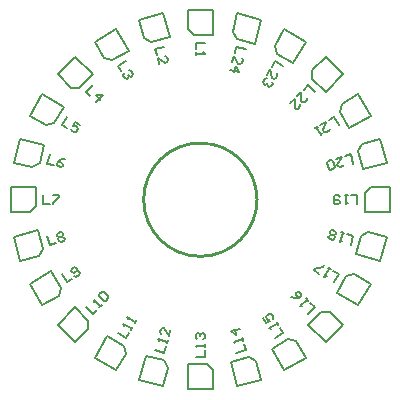
<source format=gto>
G04*
G04 #@! TF.GenerationSoftware,Altium Limited,Altium Designer,21.9.2 (33)*
G04*
G04 Layer_Color=65535*
%FSLAX25Y25*%
%MOIN*%
G70*
G04*
G04 #@! TF.SameCoordinates,E2134F64-58B9-40C7-9104-C69D01245961*
G04*
G04*
G04 #@! TF.FilePolarity,Positive*
G04*
G01*
G75*
%ADD10C,0.01000*%
%ADD11C,0.00811*%
%ADD12C,0.00591*%
D10*
X18898Y0D02*
G03*
X18898Y0I-18898J0D01*
G01*
D11*
X-4134Y56890D02*
X-2165Y54921D01*
X4134D01*
Y63189D01*
X-4134D02*
X4134D01*
X-4134Y56890D02*
Y63189D01*
X-20347Y59966D02*
X-18717Y53881D01*
X-20347Y59966D02*
X-12361Y62106D01*
X-10222Y54120D01*
X-16306Y52489D02*
X-10222Y54120D01*
X-18717Y53881D02*
X-16306Y52489D01*
X-32025Y47201D02*
X-29336Y46481D01*
X-23881Y49630D01*
X-28014Y56790D02*
X-23881Y49630D01*
X-35175Y52656D02*
X-28014Y56790D01*
X-35175Y52656D02*
X-32025Y47201D01*
X-47604Y41758D02*
X-43150Y37304D01*
X-47604Y41758D02*
X-41758Y47604D01*
X-35912Y41758D01*
X-40366Y37304D02*
X-35912Y41758D01*
X-43150Y37304D02*
X-40366D01*
X-51335Y24865D02*
X-48646Y25585D01*
X-45496Y31041D01*
X-52656Y35175D02*
X-45496Y31041D01*
X-56790Y28014D02*
X-52656Y35175D01*
X-56790Y28014D02*
X-51335Y24865D01*
X-62106Y12361D02*
X-56021Y10731D01*
X-62106Y12361D02*
X-59966Y20347D01*
X-51980Y18208D01*
X-53610Y12123D02*
X-51980Y18208D01*
X-56021Y10731D02*
X-53610Y12123D01*
X-56890Y-4134D02*
X-54921Y-2165D01*
Y4134D01*
X-63189D02*
X-54921D01*
X-63189Y-4134D02*
Y4134D01*
Y-4134D02*
X-56890D01*
X-59966Y-20347D02*
X-53881Y-18717D01*
X-62106Y-12361D02*
X-59966Y-20347D01*
X-62106Y-12361D02*
X-54120Y-10222D01*
X-52489Y-16306D01*
X-53881Y-18717D02*
X-52489Y-16306D01*
X-47201Y-32025D02*
X-46481Y-29336D01*
X-49630Y-23881D02*
X-46481Y-29336D01*
X-56790Y-28014D02*
X-49630Y-23881D01*
X-56790Y-28014D02*
X-52656Y-35175D01*
X-47201Y-32025D01*
X-41758Y-47604D02*
X-37304Y-43150D01*
X-47605Y-41758D02*
X-41758Y-47604D01*
X-47605Y-41758D02*
X-41758Y-35912D01*
X-37304Y-40366D01*
Y-43150D02*
Y-40366D01*
X-25585Y-48646D02*
X-24865Y-51335D01*
X-31041Y-45496D02*
X-25585Y-48646D01*
X-35175Y-52656D02*
X-31041Y-45496D01*
X-35175Y-52656D02*
X-28014Y-56790D01*
X-24865Y-51335D01*
X-12361Y-62106D02*
X-10731Y-56021D01*
X-20347Y-59966D02*
X-12361Y-62106D01*
X-20347Y-59966D02*
X-18208Y-51980D01*
X-12123Y-53610D01*
X-10731Y-56021D01*
X2165Y-54921D02*
X4134Y-56890D01*
X-4134Y-54921D02*
X2165D01*
X-4134Y-63189D02*
Y-54921D01*
Y-63189D02*
X4134D01*
Y-56890D01*
X18717Y-53881D02*
X20347Y-59966D01*
X12361Y-62106D02*
X20347Y-59966D01*
X10222Y-54120D02*
X12361Y-62106D01*
X10222Y-54120D02*
X16306Y-52489D01*
X18717Y-53881D01*
X29336Y-46481D02*
X32025Y-47201D01*
X23881Y-49630D02*
X29336Y-46481D01*
X23881Y-49630D02*
X28014Y-56790D01*
X35175Y-52656D01*
X32025Y-47201D02*
X35175Y-52656D01*
X43150Y-37304D02*
X47604Y-41758D01*
X41758Y-47605D02*
X47604Y-41758D01*
X35912D02*
X41758Y-47605D01*
X35912Y-41758D02*
X40366Y-37304D01*
X43150D01*
X48646Y-25585D02*
X51335Y-24865D01*
X45496Y-31041D02*
X48646Y-25585D01*
X45496Y-31041D02*
X52656Y-35175D01*
X56790Y-28014D01*
X51335Y-24865D02*
X56790Y-28014D01*
X56021Y-10731D02*
X62106Y-12361D01*
X59966Y-20347D02*
X62106Y-12361D01*
X51980Y-18208D02*
X59966Y-20347D01*
X51980Y-18208D02*
X53610Y-12123D01*
X56021Y-10731D01*
X54921Y2165D02*
X56890Y4134D01*
X54921Y-4134D02*
Y2165D01*
Y-4134D02*
X63189D01*
Y4134D01*
X56890D02*
X63189D01*
X53881Y18717D02*
X59966Y20347D01*
X62106Y12361D01*
X54120Y10222D02*
X62106Y12361D01*
X52489Y16306D02*
X54120Y10222D01*
X52489Y16306D02*
X53881Y18717D01*
X46481Y29336D02*
X47201Y32025D01*
X46481Y29336D02*
X49630Y23881D01*
X56790Y28014D01*
X52656Y35175D02*
X56790Y28014D01*
X47201Y32025D02*
X52656Y35175D01*
X37304Y43150D02*
X41758Y47604D01*
X47605Y41758D01*
X41758Y35912D02*
X47605Y41758D01*
X37304Y40366D02*
X41758Y35912D01*
X37304Y40366D02*
Y43150D01*
X24865Y51335D02*
X25585Y48646D01*
X31041Y45496D01*
X35175Y52656D01*
X28014Y56790D02*
X35175Y52656D01*
X24865Y51335D02*
X28014Y56790D01*
X10731Y56021D02*
X12361Y62106D01*
X20347Y59966D01*
X18208Y51980D02*
X20347Y59966D01*
X12123Y53610D02*
X18208Y51980D01*
X10731Y56021D02*
X12123Y53610D01*
D12*
X15071Y50153D02*
X12030Y50968D01*
X11486Y48941D01*
X10672Y45899D02*
X11215Y47927D01*
X12699Y45356D01*
X13206Y45220D01*
X13849Y45591D01*
X14120Y46605D01*
X13749Y47248D01*
X9992Y43365D02*
X13034Y42550D01*
X11921Y44478D01*
X11377Y42450D01*
X27538Y44544D02*
X24811Y46118D01*
X23762Y44300D01*
X22187Y41573D02*
X23237Y43391D01*
X24005Y40524D01*
X24460Y40261D01*
X25177Y40453D01*
X25701Y41362D01*
X25509Y42079D01*
X23935Y39352D02*
X24127Y38636D01*
X23602Y37727D01*
X22885Y37535D01*
X22431Y37797D01*
X22239Y38514D01*
X22501Y38968D01*
X22239Y38514D01*
X21522Y38322D01*
X21068Y38584D01*
X20876Y39301D01*
X21400Y40210D01*
X22117Y40402D01*
X38129Y35898D02*
X35902Y38125D01*
X34418Y36641D01*
X32191Y34414D02*
X33676Y35898D01*
Y32930D01*
X34047Y32559D01*
X34789D01*
X35531Y33301D01*
X35531Y34043D01*
X29965Y32188D02*
X31449Y33672D01*
Y30703D01*
X31820Y30332D01*
X32563D01*
X33305Y31075D01*
X33305Y31817D01*
X46121Y24807D02*
X44546Y27534D01*
X42728Y26484D01*
X40002Y24910D02*
X41819Y25959D01*
X41051Y23092D01*
X41313Y22637D01*
X42030Y22445D01*
X42939Y22970D01*
X43131Y23687D01*
X39093Y24385D02*
X38184Y23860D01*
X38638Y24123D01*
X40213Y21396D01*
X40405Y22113D01*
X50969Y12025D02*
X50155Y15066D01*
X48127Y14523D01*
X45086Y13708D02*
X47113Y14251D01*
X45629Y11680D01*
X45765Y11173D01*
X46407Y10802D01*
X47421Y11074D01*
X47792Y11717D01*
X44751Y10902D02*
X44380Y10259D01*
X43366Y9987D01*
X42724Y10358D01*
X42180Y12386D01*
X42551Y13029D01*
X43565Y13300D01*
X44208Y12929D01*
X44751Y10902D01*
X52345Y-1577D02*
Y1572D01*
X50246D01*
X49196D02*
X48147D01*
X48672D01*
Y-1577D01*
X49196Y-1052D01*
X46573Y1047D02*
X46048Y1572D01*
X44998D01*
X44473Y1047D01*
Y-1052D01*
X44998Y-1577D01*
X46048D01*
X46573Y-1052D01*
Y-527D01*
X46048Y-3D01*
X44473D01*
X50153Y-15071D02*
X50968Y-12030D01*
X48941Y-11486D01*
X47927Y-11215D02*
X46913Y-10943D01*
X47420Y-11079D01*
X46605Y-14120D01*
X47248Y-13749D01*
X44713Y-13070D02*
X44071Y-13441D01*
X43057Y-13170D01*
X42686Y-12527D01*
X42822Y-12020D01*
X43464Y-11649D01*
X43093Y-11006D01*
X43229Y-10499D01*
X43872Y-10128D01*
X44886Y-10400D01*
X45257Y-11043D01*
X45121Y-11549D01*
X44478Y-11920D01*
X44849Y-12563D01*
X44713Y-13070D01*
X44478Y-11920D02*
X43464Y-11649D01*
X44544Y-27538D02*
X46118Y-24811D01*
X44300Y-23762D01*
X43391Y-23237D02*
X42482Y-22712D01*
X42937Y-22975D01*
X41362Y-25701D01*
X42079Y-25509D01*
X39544Y-24652D02*
X37727Y-23602D01*
X37989Y-23148D01*
X40856Y-22380D01*
X41119Y-21925D01*
X35898Y-38129D02*
X38125Y-35902D01*
X36641Y-34418D01*
X35898Y-33676D02*
X35156Y-32934D01*
X35527Y-33305D01*
X33301Y-35531D01*
X34043Y-35531D01*
X30332Y-32563D02*
X31446Y-32934D01*
X32930D01*
X33672Y-32191D01*
Y-31449D01*
X32930Y-30707D01*
X32188Y-30707D01*
X31817Y-31078D01*
Y-31820D01*
X32930Y-32934D01*
X24807Y-46121D02*
X27534Y-44546D01*
X26484Y-42728D01*
X25959Y-41819D02*
X25434Y-40911D01*
X25697Y-41365D01*
X22970Y-42939D01*
X23687Y-43131D01*
X20871Y-39304D02*
X21921Y-41121D01*
X23284Y-40334D01*
X22305Y-39688D01*
X22042Y-39233D01*
X22234Y-38516D01*
X23143Y-37992D01*
X23860Y-38184D01*
X24385Y-39093D01*
X24193Y-39810D01*
X12025Y-50969D02*
X15066Y-50155D01*
X14523Y-48127D01*
X14251Y-47113D02*
X13980Y-46099D01*
X14115Y-46606D01*
X11074Y-47421D01*
X11717Y-47792D01*
X13164Y-43058D02*
X10123Y-43873D01*
X12051Y-44986D01*
X11508Y-42959D01*
X-1577Y-52345D02*
X1572D01*
Y-50246D01*
Y-49196D02*
Y-48147D01*
Y-48672D01*
X-1577D01*
X-1052Y-49196D01*
Y-46573D02*
X-1577Y-46048D01*
Y-44998D01*
X-1052Y-44473D01*
X-527D01*
X-3Y-44998D01*
Y-45523D01*
Y-44998D01*
X522Y-44473D01*
X1047D01*
X1572Y-44998D01*
Y-46048D01*
X1047Y-46573D01*
X-15071Y-50153D02*
X-12030Y-50968D01*
X-11486Y-48941D01*
X-11215Y-47927D02*
X-10943Y-46913D01*
X-11079Y-47420D01*
X-14120Y-46605D01*
X-13749Y-47248D01*
X-9992Y-43365D02*
X-10536Y-45392D01*
X-12020Y-42822D01*
X-12527Y-42686D01*
X-13170Y-43057D01*
X-13441Y-44071D01*
X-13070Y-44713D01*
X-27538Y-44544D02*
X-24811Y-46118D01*
X-23762Y-44300D01*
X-23237Y-43391D02*
X-22712Y-42482D01*
X-22975Y-42937D01*
X-25701Y-41362D01*
X-25509Y-42079D01*
X-21925Y-41119D02*
X-21400Y-40210D01*
X-21663Y-40664D01*
X-24389Y-39090D01*
X-24197Y-39807D01*
X-38129Y-35898D02*
X-35902Y-38125D01*
X-34418Y-36641D01*
X-33676Y-35898D02*
X-32934Y-35156D01*
X-33305Y-35527D01*
X-35531Y-33301D01*
X-35531Y-34043D01*
X-33676Y-32188D02*
X-33676Y-31446D01*
X-32934Y-30703D01*
X-32191D01*
X-30707Y-32188D01*
X-30707Y-32930D01*
X-31449Y-33672D01*
X-32191D01*
X-33676Y-32188D01*
X-46121Y-24807D02*
X-44546Y-27534D01*
X-42728Y-26484D01*
X-42082Y-25505D02*
X-41365Y-25697D01*
X-40456Y-25172D01*
X-40264Y-24455D01*
X-41313Y-22637D01*
X-42030Y-22445D01*
X-42939Y-22970D01*
X-43131Y-23687D01*
X-42869Y-24141D01*
X-42152Y-24333D01*
X-40789Y-23546D01*
X-50969Y-12025D02*
X-50155Y-15066D01*
X-48127Y-14523D01*
X-47792Y-11717D02*
X-47421Y-11074D01*
X-46407Y-10802D01*
X-45765Y-11173D01*
X-45629Y-11680D01*
X-46000Y-12323D01*
X-45357Y-12694D01*
X-45221Y-13201D01*
X-45593Y-13844D01*
X-46606Y-14115D01*
X-47249Y-13744D01*
X-47385Y-13237D01*
X-47014Y-12595D01*
X-47657Y-12224D01*
X-47792Y-11717D01*
X-47014Y-12595D02*
X-46000Y-12323D01*
X-52345Y1577D02*
Y-1572D01*
X-50246D01*
X-49196Y1577D02*
X-47097D01*
Y1052D01*
X-49196Y-1047D01*
Y-1572D01*
X-50153Y15071D02*
X-50968Y12030D01*
X-48941Y11486D01*
X-45084Y13713D02*
X-46234Y13478D01*
X-47519Y12735D01*
X-47791Y11722D01*
X-47420Y11079D01*
X-46406Y10807D01*
X-45763Y11178D01*
X-45628Y11685D01*
X-45999Y12328D01*
X-47519Y12735D01*
X-44544Y27538D02*
X-46118Y24811D01*
X-44300Y23762D01*
X-39999Y24914D02*
X-41817Y25964D01*
X-42604Y24600D01*
X-41433Y24530D01*
X-40978Y24268D01*
X-40786Y23551D01*
X-41311Y22642D01*
X-42028Y22450D01*
X-42937Y22975D01*
X-43129Y23692D01*
X-35898Y38129D02*
X-38125Y35902D01*
X-36641Y34418D01*
X-34785Y32563D02*
X-32559Y34789D01*
X-34785Y34789D01*
X-33301Y33305D01*
X-24807Y46121D02*
X-27534Y44546D01*
X-26484Y42728D01*
X-23687Y43131D02*
X-22970Y42939D01*
X-22445Y42030D01*
X-22637Y41313D01*
X-23092Y41051D01*
X-23809Y41243D01*
X-24071Y41698D01*
X-23809Y41243D01*
X-24001Y40526D01*
X-24455Y40264D01*
X-25172Y40456D01*
X-25697Y41365D01*
X-25505Y42082D01*
X-12025Y50969D02*
X-15066Y50155D01*
X-14523Y48127D01*
X-13708Y45086D02*
X-14251Y47113D01*
X-11680Y45629D01*
X-11173Y45765D01*
X-10802Y46407D01*
X-11074Y47421D01*
X-11717Y47792D01*
X1577Y52345D02*
X-1572D01*
Y50246D01*
Y49196D02*
Y48147D01*
Y48672D01*
X1577D01*
X1052Y49196D01*
M02*

</source>
